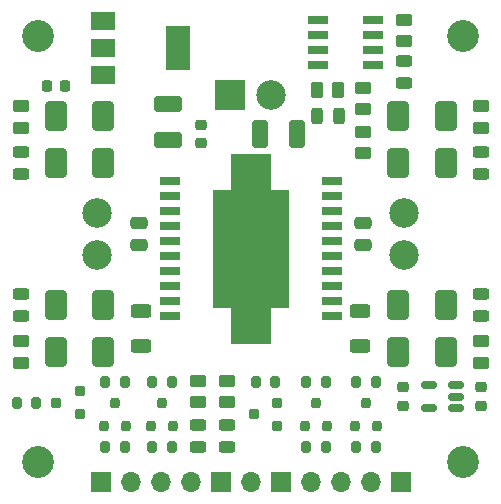
<source format=gbr>
%TF.GenerationSoftware,KiCad,Pcbnew,7.0.1*%
%TF.CreationDate,2023-08-21T19:33:12-03:00*%
%TF.ProjectId,L298P_Breakout,4c323938-505f-4427-9265-616b6f75742e,rev?*%
%TF.SameCoordinates,Original*%
%TF.FileFunction,Soldermask,Top*%
%TF.FilePolarity,Negative*%
%FSLAX46Y46*%
G04 Gerber Fmt 4.6, Leading zero omitted, Abs format (unit mm)*
G04 Created by KiCad (PCBNEW 7.0.1) date 2023-08-21 19:33:12*
%MOMM*%
%LPD*%
G01*
G04 APERTURE LIST*
G04 Aperture macros list*
%AMRoundRect*
0 Rectangle with rounded corners*
0 $1 Rounding radius*
0 $2 $3 $4 $5 $6 $7 $8 $9 X,Y pos of 4 corners*
0 Add a 4 corners polygon primitive as box body*
4,1,4,$2,$3,$4,$5,$6,$7,$8,$9,$2,$3,0*
0 Add four circle primitives for the rounded corners*
1,1,$1+$1,$2,$3*
1,1,$1+$1,$4,$5*
1,1,$1+$1,$6,$7*
1,1,$1+$1,$8,$9*
0 Add four rect primitives between the rounded corners*
20,1,$1+$1,$2,$3,$4,$5,0*
20,1,$1+$1,$4,$5,$6,$7,0*
20,1,$1+$1,$6,$7,$8,$9,0*
20,1,$1+$1,$8,$9,$2,$3,0*%
G04 Aperture macros list end*
%ADD10RoundRect,0.250000X0.450000X-0.262500X0.450000X0.262500X-0.450000X0.262500X-0.450000X-0.262500X0*%
%ADD11RoundRect,0.250000X-0.650000X1.000000X-0.650000X-1.000000X0.650000X-1.000000X0.650000X1.000000X0*%
%ADD12C,2.700000*%
%ADD13RoundRect,0.200000X0.200000X-0.250000X0.200000X0.250000X-0.200000X0.250000X-0.200000X-0.250000X0*%
%ADD14RoundRect,0.250000X0.475000X-0.250000X0.475000X0.250000X-0.475000X0.250000X-0.475000X-0.250000X0*%
%ADD15RoundRect,0.200000X-0.200000X-0.275000X0.200000X-0.275000X0.200000X0.275000X-0.200000X0.275000X0*%
%ADD16C,2.500000*%
%ADD17RoundRect,0.243750X0.243750X0.456250X-0.243750X0.456250X-0.243750X-0.456250X0.243750X-0.456250X0*%
%ADD18RoundRect,0.250000X-0.625000X0.312500X-0.625000X-0.312500X0.625000X-0.312500X0.625000X0.312500X0*%
%ADD19RoundRect,0.250000X-0.450000X0.262500X-0.450000X-0.262500X0.450000X-0.262500X0.450000X0.262500X0*%
%ADD20RoundRect,0.243750X-0.456250X0.243750X-0.456250X-0.243750X0.456250X-0.243750X0.456250X0.243750X0*%
%ADD21RoundRect,0.200000X0.250000X0.200000X-0.250000X0.200000X-0.250000X-0.200000X0.250000X-0.200000X0*%
%ADD22R,1.780000X0.720000*%
%ADD23RoundRect,0.250000X-0.925000X0.412500X-0.925000X-0.412500X0.925000X-0.412500X0.925000X0.412500X0*%
%ADD24R,2.500000X2.500000*%
%ADD25RoundRect,0.200000X0.200000X0.275000X-0.200000X0.275000X-0.200000X-0.275000X0.200000X-0.275000X0*%
%ADD26RoundRect,0.150000X0.512500X0.150000X-0.512500X0.150000X-0.512500X-0.150000X0.512500X-0.150000X0*%
%ADD27RoundRect,0.225000X0.250000X-0.225000X0.250000X0.225000X-0.250000X0.225000X-0.250000X-0.225000X0*%
%ADD28RoundRect,0.243750X0.456250X-0.243750X0.456250X0.243750X-0.456250X0.243750X-0.456250X-0.243750X0*%
%ADD29RoundRect,0.225000X-0.250000X0.225000X-0.250000X-0.225000X0.250000X-0.225000X0.250000X0.225000X0*%
%ADD30R,1.700000X0.760000*%
%ADD31R,3.400000X3.050000*%
%ADD32R,6.400000X10.000000*%
%ADD33RoundRect,0.250000X-0.475000X0.250000X-0.475000X-0.250000X0.475000X-0.250000X0.475000X0.250000X0*%
%ADD34RoundRect,0.250000X0.412500X0.925000X-0.412500X0.925000X-0.412500X-0.925000X0.412500X-0.925000X0*%
%ADD35RoundRect,0.250000X0.262500X0.450000X-0.262500X0.450000X-0.262500X-0.450000X0.262500X-0.450000X0*%
%ADD36R,2.000000X1.500000*%
%ADD37R,2.000000X3.800000*%
%ADD38R,1.700000X1.700000*%
%ADD39O,1.700000X1.700000*%
%ADD40RoundRect,0.225000X0.225000X0.250000X-0.225000X0.250000X-0.225000X-0.250000X0.225000X-0.250000X0*%
G04 APERTURE END LIST*
D10*
%TO.C,R10*%
X130500000Y-109642500D03*
X130500000Y-107817500D03*
%TD*%
D11*
%TO.C,D8*%
X166500000Y-88730000D03*
X166500000Y-92730000D03*
%TD*%
D12*
%TO.C,REF\u002A\u002A*%
X168000000Y-82000000D03*
%TD*%
D13*
%TO.C,Q6*%
X154550000Y-115000000D03*
X156450000Y-115000000D03*
X155500000Y-113000000D03*
%TD*%
D11*
%TO.C,D9*%
X166500000Y-104730000D03*
X166500000Y-108730000D03*
%TD*%
D14*
%TO.C,C6*%
X159500000Y-99680000D03*
X159500000Y-97780000D03*
%TD*%
D11*
%TO.C,D3*%
X137500000Y-88730000D03*
X137500000Y-92730000D03*
%TD*%
D15*
%TO.C,R19*%
X154675000Y-116750000D03*
X156325000Y-116750000D03*
%TD*%
D16*
%TO.C,J2*%
X163000000Y-100480000D03*
X163000000Y-96980000D03*
%TD*%
D17*
%TO.C,D2*%
X157437500Y-88750000D03*
X155562500Y-88750000D03*
%TD*%
D18*
%TO.C,R2*%
X140700000Y-105287500D03*
X140700000Y-108212500D03*
%TD*%
D16*
%TO.C,J1*%
X137000000Y-96980000D03*
X137000000Y-100480000D03*
%TD*%
D12*
%TO.C,REF\u002A\u002A*%
X132000000Y-82000000D03*
%TD*%
%TO.C,REF\u002A\u002A*%
X132000000Y-118000000D03*
%TD*%
D19*
%TO.C,R6*%
X159500000Y-90087500D03*
X159500000Y-91912500D03*
%TD*%
D20*
%TO.C,D15*%
X169500000Y-103792500D03*
X169500000Y-105667500D03*
%TD*%
D21*
%TO.C,Q7*%
X152250000Y-114950000D03*
X152250000Y-113050000D03*
X150250000Y-114000000D03*
%TD*%
D22*
%TO.C,Q1*%
X160340000Y-84405000D03*
X160340000Y-83135000D03*
X160340000Y-81865000D03*
X160340000Y-80595000D03*
X155660000Y-80595000D03*
X155660000Y-81865000D03*
X155660000Y-83135000D03*
X155660000Y-84405000D03*
%TD*%
D15*
%TO.C,R13*%
X137675000Y-116750000D03*
X139325000Y-116750000D03*
%TD*%
D23*
%TO.C,C1*%
X143000000Y-87712500D03*
X143000000Y-90787500D03*
%TD*%
D16*
%TO.C,J3*%
X151750000Y-87000000D03*
D24*
X148250000Y-87000000D03*
%TD*%
D25*
%TO.C,R22*%
X152075000Y-111250000D03*
X150425000Y-111250000D03*
%TD*%
D26*
%TO.C,U3*%
X167337500Y-113450000D03*
X167337500Y-112500000D03*
X167337500Y-111550000D03*
X165062500Y-111550000D03*
X165062500Y-113450000D03*
%TD*%
D27*
%TO.C,C8*%
X162900000Y-113275000D03*
X162900000Y-111725000D03*
%TD*%
D19*
%TO.C,R12*%
X148000000Y-111150000D03*
X148000000Y-112975000D03*
%TD*%
D28*
%TO.C,D12*%
X130500000Y-93667500D03*
X130500000Y-91792500D03*
%TD*%
D29*
%TO.C,C4*%
X145750000Y-89475000D03*
X145750000Y-91025000D03*
%TD*%
D10*
%TO.C,R1*%
X163000000Y-82412500D03*
X163000000Y-80587500D03*
%TD*%
%TO.C,R9*%
X169500000Y-89730000D03*
X169500000Y-87905000D03*
%TD*%
D15*
%TO.C,R15*%
X137675000Y-111250000D03*
X139325000Y-111250000D03*
%TD*%
D20*
%TO.C,D14*%
X130500000Y-103792500D03*
X130500000Y-105667500D03*
%TD*%
D29*
%TO.C,C7*%
X169500000Y-111725000D03*
X169500000Y-113275000D03*
%TD*%
D11*
%TO.C,D6*%
X133500000Y-104730000D03*
X133500000Y-108730000D03*
%TD*%
D25*
%TO.C,R20*%
X143325000Y-111250000D03*
X141675000Y-111250000D03*
%TD*%
D21*
%TO.C,Q4*%
X135500000Y-113950000D03*
X135500000Y-112050000D03*
X133500000Y-113000000D03*
%TD*%
D15*
%TO.C,R17*%
X130175000Y-113000000D03*
X131825000Y-113000000D03*
%TD*%
D13*
%TO.C,Q5*%
X141550000Y-115000000D03*
X143450000Y-115000000D03*
X142500000Y-113000000D03*
%TD*%
D12*
%TO.C,REF\u002A\u002A*%
X168000000Y-118000000D03*
%TD*%
D28*
%TO.C,D7*%
X145500000Y-116750000D03*
X145500000Y-114875000D03*
%TD*%
D11*
%TO.C,D5*%
X133500000Y-88730000D03*
X133500000Y-92730000D03*
%TD*%
D25*
%TO.C,R16*%
X160575000Y-111250000D03*
X158925000Y-111250000D03*
%TD*%
D30*
%TO.C,U1*%
X143117500Y-94285000D03*
X143117500Y-95555000D03*
X143117500Y-96825000D03*
X143117500Y-98095000D03*
X143117500Y-99365000D03*
X143117500Y-100635000D03*
X143117500Y-101905000D03*
X143117500Y-103175000D03*
X143117500Y-104445000D03*
X143117500Y-105715000D03*
X156882500Y-105715000D03*
X156882500Y-104445000D03*
X156882500Y-103175000D03*
X156882500Y-101905000D03*
X156882500Y-100635000D03*
X156882500Y-99365000D03*
X156882500Y-98095000D03*
X156882500Y-96825000D03*
X156882500Y-95555000D03*
X156882500Y-94285000D03*
D31*
X150000000Y-93475000D03*
D32*
X150000000Y-100000000D03*
D31*
X150000000Y-106525000D03*
%TD*%
D11*
%TO.C,D4*%
X137500000Y-104730000D03*
X137500000Y-108730000D03*
%TD*%
D19*
%TO.C,R7*%
X145500000Y-111150000D03*
X145500000Y-112975000D03*
%TD*%
D18*
%TO.C,R4*%
X159250000Y-105287500D03*
X159250000Y-108212500D03*
%TD*%
D10*
%TO.C,R8*%
X130500000Y-89730000D03*
X130500000Y-87905000D03*
%TD*%
D28*
%TO.C,D16*%
X148000000Y-116750000D03*
X148000000Y-114875000D03*
%TD*%
D19*
%TO.C,R3*%
X159500000Y-86337500D03*
X159500000Y-88162500D03*
%TD*%
D33*
%TO.C,C3*%
X140500000Y-97780000D03*
X140500000Y-99680000D03*
%TD*%
D13*
%TO.C,Q3*%
X158800000Y-115000000D03*
X160700000Y-115000000D03*
X159750000Y-113000000D03*
%TD*%
D11*
%TO.C,D10*%
X162500000Y-88730000D03*
X162500000Y-92730000D03*
%TD*%
D13*
%TO.C,Q2*%
X137550000Y-115000000D03*
X139450000Y-115000000D03*
X138500000Y-113000000D03*
%TD*%
D15*
%TO.C,R18*%
X141675000Y-116750000D03*
X143325000Y-116750000D03*
%TD*%
D34*
%TO.C,C5*%
X153887500Y-90250000D03*
X150812500Y-90250000D03*
%TD*%
D35*
%TO.C,R5*%
X157412500Y-86500000D03*
X155587500Y-86500000D03*
%TD*%
D28*
%TO.C,D13*%
X169500000Y-93667500D03*
X169500000Y-91792500D03*
%TD*%
D36*
%TO.C,U2*%
X137500000Y-80690000D03*
X137500000Y-82990000D03*
D37*
X143800000Y-82990000D03*
D36*
X137500000Y-85290000D03*
%TD*%
D11*
%TO.C,D11*%
X162500000Y-104730000D03*
X162500000Y-108730000D03*
%TD*%
D15*
%TO.C,R14*%
X158925000Y-116750000D03*
X160575000Y-116750000D03*
%TD*%
D10*
%TO.C,R11*%
X169500000Y-109642500D03*
X169500000Y-107817500D03*
%TD*%
D38*
%TO.C,J4*%
X137300000Y-119725000D03*
D39*
X139840000Y-119725000D03*
X142380000Y-119725000D03*
X144920000Y-119725000D03*
D38*
X147460000Y-119725000D03*
D39*
X150000000Y-119725000D03*
D38*
X152540000Y-119725000D03*
D39*
X155080000Y-119725000D03*
X157620000Y-119725000D03*
X160160000Y-119725000D03*
D38*
X162700000Y-119725000D03*
%TD*%
D40*
%TO.C,C2*%
X134275000Y-86200000D03*
X132725000Y-86200000D03*
%TD*%
D15*
%TO.C,R21*%
X154675000Y-111250000D03*
X156325000Y-111250000D03*
%TD*%
D28*
%TO.C,D1*%
X163000000Y-85937500D03*
X163000000Y-84062500D03*
%TD*%
M02*

</source>
